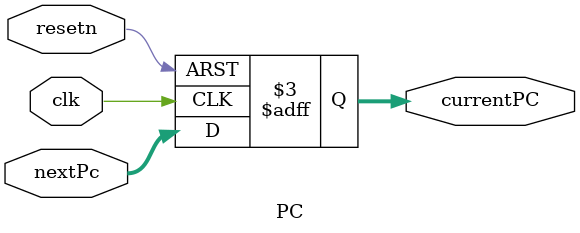
<source format=sv>
module PC (
	input logic clk, 					//clock  
	input logic resetn, 				//active low reset 
	input logic [9:0] nextPc, 		//next PC address
	output logic [9:0] currentPC	//current PC address 
); 

	always_ff @(posedge clk, negedge resetn) begin 
		if(!resetn) currentPC <= 10'h000; //PC reset to 0
		else currentPC <= nextPc; 			// go to next PC on posedge 
	end 
	
endmodule
</source>
